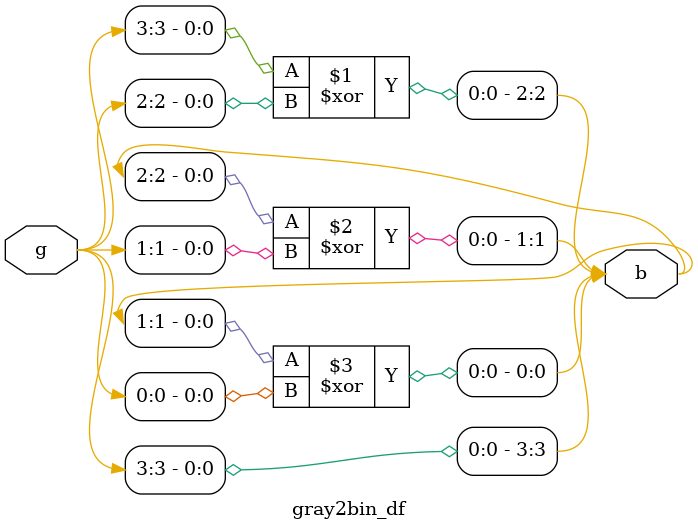
<source format=v>
`timescale 1ns / 1ps


module gray2bin_df(
    input  [3:0] g,
    output [3:0] b
);
    assign b[3] = g[3];
    assign b[2] = b[3] ^ g[2];
    assign b[1] = b[2] ^ g[1];
    assign b[0] = b[1] ^ g[0];
endmodule


</source>
